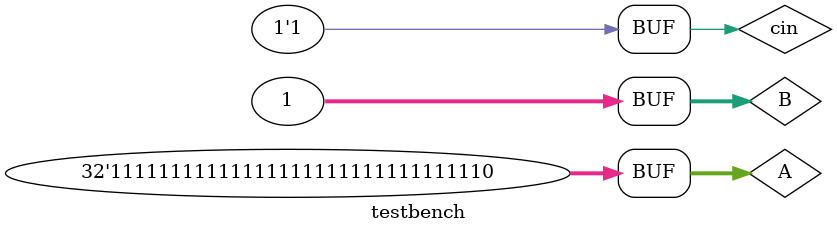
<source format=v>
module testbench();
    reg [0:31] A;
    reg [0:31] B;
    reg cin;
    wire [0:31] Sum;
    wire cout;

    adder #(.WIDTH(32)) FA32 (
        .A(A),
        .B(B),
        .cin(cin),
        .Sum(Sum),
        .cout(cout)
    );

    initial begin
        $monitor("A=%x B=%x cin=%b Sum=%x cout=%x", A, B, cin, Sum, cout);
        #0 A=32'h00000000; B=32'h00000000; cin=1'b0;
        #1 A=32'h00000000; B=32'h0000F000; cin=1'b0;
        #1 A=32'h0000F000; B=32'h00000000; cin=1'b0;
        #1 A=32'h0000F000; B=32'h0000F000; cin=1'b0;
        #1 A=32'hFFFFFFFE; B=32'h00000001; cin=1'b0;
        #1 A=32'hFFFFFFFD; B=32'h00000001; cin=1'b1;
        #1 A=32'hFFFFFFFF; B=32'h00000001; cin=1'b0;
        #1 A=32'hFFFFFFFF; B=32'h00000000; cin=1'b1;
        #1 A=32'hFFFFFFFE; B=32'h00000001; cin=1'b1;
    end
endmodule

</source>
